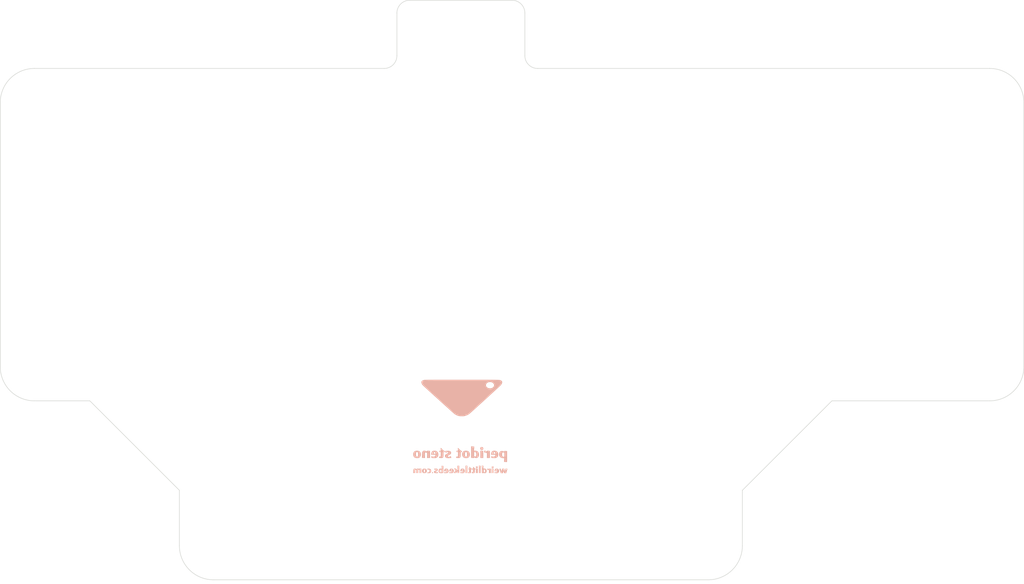
<source format=kicad_pcb>
(kicad_pcb (version 20221018) (generator pcbnew)
  (layers (0 "F.Cu" signal) (31 "B.Cu" signal) (34 "B.Paste" user) (35 "F.Paste" user) (36 "B.SilkS" user "B.Silkscreen") (37 "F.SilkS" user "F.Silkscreen") (38 "B.Mask" user) (39 "F.Mask" user) (44 "Edge.Cuts" user))
  (net 0 "")
  (footprint "MountingHole:MountingHole_2.7mm_M2.5" (layer "F.Cu") (at 95.25 44.45)
    (fp_text reference "H11")
    (fp_text value "MountingHole")
    (pad "" np_thru_hole circle (at 0 0) (size 2.7 2.7) (drill 2.7) (layers "*.Cu" "*.Mask"))
  )
  (footprint "MountingHole:MountingHole_2.7mm_M2.5" (layer "F.Cu") (at 228.6 91.44)
    (fp_text reference "H12")
    (fp_text value "MountingHole")
    (pad "" np_thru_hole circle (at 0 0) (size 2.7 2.7) (drill 2.7) (layers "*.Cu" "*.Mask"))
  )
  (footprint "MountingHole:MountingHole_2.7mm_M2.5" (layer "F.Cu") (at 190.5 44.45)
    (fp_text reference "H3")
    (fp_text value "MountingHole")
    (pad "" np_thru_hole circle (at 0 0) (size 2.7 2.7) (drill 2.7) (layers "*.Cu" "*.Mask"))
  )
  (footprint "MountingHole:MountingHole_2.7mm_M2.5" (layer "F.Cu") (at 114.3 129.54)
    (fp_text reference "H1")
    (fp_text value "MountingHole")
    (pad "" np_thru_hole circle (at 0 0) (size 2.7 2.7) (drill 2.7) (layers "*.Cu" "*.Mask"))
  )
  (footprint "MountingHole:MountingHole_2.7mm_M2.5" (layer "F.Cu") (at 80.9625 95.25)
    (fp_text reference "H2")
    (fp_text value "MountingHole")
    (pad "" np_thru_hole circle (at 0 0) (size 2.7 2.7) (drill 2.7) (layers "*.Cu" "*.Mask"))
  )
  (footprint "MountingHole:MountingHole_2.7mm_M2.5" (layer "F.Cu") (at 227.965 44.45)
    (fp_text reference "H9")
    (fp_text value "MountingHole")
    (pad "" np_thru_hole circle (at 0 0) (size 2.7 2.7) (drill 2.7) (layers "*.Cu" "*.Mask"))
  )
  (footprint "MountingHole:MountingHole_2.7mm_M2.5" (layer "F.Cu") (at 142.875 93.472)
    (fp_text reference "H6")
    (fp_text value "MountingHole")
    (pad "" np_thru_hole circle (at 0 0) (size 2.7 2.7) (drill 2.7) (layers "*.Cu" "*.Mask"))
  )
  (footprint "MountingHole:MountingHole_2.7mm_M2.5" (layer "F.Cu") (at 171.45 129.54)
    (fp_text reference "H8")
    (fp_text value "MountingHole")
    (pad "" np_thru_hole circle (at 0 0) (size 2.7 2.7) (drill 2.7) (layers "*.Cu" "*.Mask"))
  )
  (footprint "FOOTPRINTS:STENO LOGO M" (layer "B.Cu") (at 142.875 104.775 180)
    (fp_text reference "G***")
    (fp_text value "LOGO" hide)
    (fp_poly (pts (xy -0.859495 -8.697576) (xy -1.204223 -8.697576) (xy -1.218687 -7.34159) (xy -1.144924 -7.326856) (xy -1.069352 -7.317096) (xy -0.979404 -7.312241) (xy -0.965328 -7.312122) (xy -0.859495 -7.312122)) (fill solid) (layer "B.SilkS"))
    (fp_poly (pts (xy 5.340887 -8.538568) (xy 5.378276 -8.593049) (xy 5.377427 -8.658758) (xy 5.352922 -8.706945) (xy 5.301832 -8.722821) (xy 5.285666 -8.723233) (xy 5.212445 -8.704455) (xy 5.182626 -8.67192) (xy 5.170416 -8.605347) (xy 5.197661 -8.548674) (xy 5.254563 -8.519129) (xy 5.270185 -8.51798)) (fill solid) (layer "B.SilkS"))
    (fp_poly (pts (xy -3.348182 -8.697576) (xy -3.661968 -8.697576) (xy -3.674769 -8.024091) (xy -3.677903 -7.843657) (xy -3.680167 -7.680776) (xy -3.681513 -7.542273) (xy -3.681889 -7.434975) (xy -3.681249 -7.365705) (xy -3.679666 -7.341353) (xy -3.652003 -7.334667) (xy -3.587678 -7.326389) (xy -3.509972 -7.319113) (xy -3.348182 -7.306126)) (fill solid) (layer "B.SilkS"))
    (fp_poly (pts (xy -5.721414 -8.181238) (xy -5.720272 -8.318527) (xy -5.717146 -8.443777) (xy -5.712484 -8.544784) (xy -5.706735 -8.609348) (xy -5.705379 -8.617399) (xy -5.689343 -8.697576) (xy -6.069998 -8.697576) (xy -6.068888 -8.276607) (xy -6.067778 -7.855637) (xy -5.97798 -7.840727) (xy -5.888006 -7.829935) (xy -5.804798 -7.825535) (xy -5.721414 -7.825253)) (fill solid) (layer "B.SilkS"))
    (fp_poly (pts (xy -3.617576 -5.888182) (xy -4.176324 -5.888182) (xy -4.172758 -5.229656) (xy -4.171314 -5.051139) (xy -4.169098 -4.890107) (xy -4.166281 -4.753501) (xy -4.163031 -4.648259) (xy -4.159519 -4.581319) (xy -4.156364 -4.559621) (xy -4.126934 -4.553226) (xy -4.057685 -4.545095) (xy -3.960026 -4.536427) (xy -3.880556 -4.53066) (xy -3.617576 -4.513207)) (fill solid) (layer "B.SilkS"))
    (fp_poly (pts (xy -5.813584 -7.457387) (xy -5.747714 -7.506583) (xy -5.722034 -7.585359) (xy -5.721807 -7.596364) (xy -5.734878 -7.671821) (xy -5.781148 -7.723693) (xy -5.81594 -7.744442) (xy -5.907025 -7.771994) (xy -5.992547 -7.751218) (xy -6.038661 -7.720764) (xy -6.09451 -7.650921) (xy -6.100572 -7.570725) (xy -6.066323 -7.497426) (xy -6.023791 -7.457963) (xy -5.958762 -7.441891) (xy -5.91636 -7.440404)) (fill solid) (layer "B.SilkS"))
    (fp_poly (pts (xy -2.874175 -7.458586) (xy -2.808426 -7.505829) (xy -2.775528 -7.571179) (xy -2.78053 -7.643683) (xy -2.828481 -7.712386) (xy -2.83851 -7.720764) (xy -2.930284 -7.76721) (xy -3.023024 -7.762447) (xy -3.06596 -7.743282) (xy -3.128605 -7.693988) (xy -3.153242 -7.629003) (xy -3.155365 -7.591906) (xy -3.133344 -7.514129) (xy -3.071361 -7.461608) (xy -2.9771 -7.440545) (xy -2.967727 -7.440404)) (fill solid) (layer "B.SilkS"))
    (fp_poly (pts (xy -2.796215 -8.203687) (xy -2.795069 -8.342389) (xy -2.792156 -8.466536) (xy -2.78787 -8.565272) (xy -2.782606 -8.627742) (xy -2.780395 -8.639849) (xy -2.775083 -8.669297) (xy -2.785416 -8.686518) (xy -2.82133 -8.694789) (xy -2.892761 -8.697382) (xy -2.955546 -8.697576) (xy -3.146168 -8.697576) (xy -3.144549 -8.276592) (xy -3.142929 -7.855609) (xy -3.053131 -7.840713) (xy -2.963155 -7.829931) (xy -2.879949 -7.825535) (xy -2.796566 -7.825253)) (fill solid) (layer "B.SilkS"))
    (fp_poly (pts (xy -3.783513 -3.837956) (xy -3.727177 -3.848885) (xy -3.68752 -3.874487) (xy -3.653756 -3.912627) (xy -3.603178 -4.008839) (xy -3.592047 -4.09743) (xy -3.606624 -4.223476) (xy -3.652935 -4.313278) (xy -3.734048 -4.373208) (xy -3.795832 -4.3993) (xy -3.847711 -4.408132) (xy -3.911539 -4.400918) (xy -3.976362 -4.386658) (xy -4.077646 -4.339929) (xy -4.14725 -4.261913) (xy -4.181984 -4.163998) (xy -4.17866 -4.057573) (xy -4.134091 -3.954027) (xy -4.107155 -3.919446) (xy -4.060899 -3.872664) (xy -4.016708 -3.84753) (xy -3.956109 -3.83741) (xy -3.873814 -3.835657)) (fill solid) (layer "B.SilkS"))
    (fp_poly (pts (xy -5.259596 -7.988137) (xy -5.195769 -7.928175) (xy -5.116077 -7.880022) (xy -5.02338 -7.865975) (xy -4.94928 -7.871836) (xy -4.910111 -7.899303) (xy -4.900186 -7.95743) (xy -4.911642 -8.04388) (xy -4.926065 -8.10054) (xy -4.950915 -8.11785) (xy -5.003676 -8.107287) (xy -5.006862 -8.106376) (xy -5.092954 -8.098823) (xy -5.163574 -8.123719) (xy -5.241054 -8.163785) (xy -5.227432 -8.430681) (xy -5.21381 -8.697576) (xy -5.563863 -8.697576) (xy -5.572083 -8.293485) (xy -5.574881 -8.155759) (xy -5.57727 -8.037808) (xy -5.579074 -7.94837) (xy -5.580117 -7.896185) (xy -5.580303 -7.886381) (xy -5.557058 -7.882285) (xy -5.496407 -7.874577) (xy -5.419949 -7.865864) (xy -5.259596 -7.848361)) (fill solid) (layer "B.SilkS"))
    (fp_poly (pts (xy -4.849091 -4.704097) (xy -4.791364 -4.651312) (xy -4.658474 -4.561942) (xy -4.509262 -4.518995) (xy -4.451883 -4.515556) (xy -4.376224 -4.520924) (xy -4.332336 -4.542399) (xy -4.31713 -4.588032) (xy -4.327518 -4.665876) (xy -4.355337 -4.767288) (xy -4.385797 -4.859609) (xy -4.41102 -4.910909) (xy -4.436586 -4.930326) (xy -4.454901 -4.930389) (xy -4.566568 -4.912382) (xy -4.64295 -4.905932) (xy -4.698709 -4.910841) (xy -4.747367 -4.926435) (xy -4.805536 -4.96495) (xy -4.837841 -5.013013) (xy -4.83787 -5.013129) (xy -4.842111 -5.056816) (xy -4.844844 -5.141656) (xy -4.845935 -5.257506) (xy -4.845253 -5.394223) (xy -4.843958 -5.480949) (xy -4.836263 -5.893853) (xy -5.120944 -5.891018) (xy -5.405625 -5.888182) (xy -5.403166 -5.227247) (xy -5.402042 -5.022671) (xy -5.400148 -4.863787) (xy -5.397141 -4.744976) (xy -5.392679 -4.660617) (xy -5.386418 -4.605091) (xy -5.378017 -4.57278) (xy -5.367132 -4.558062) (xy -5.362222 -4.555899) (xy -5.320638 -4.549549) (xy -5.241671 -4.541305) (xy -5.139147 -4.532534) (xy -5.086414 -4.528596) (xy -4.849091 -4.511704)) (fill solid) (layer "B.SilkS"))
    (fp_poly (pts (xy 6.103494 -7.866082) (xy 6.187095 -7.872258) (xy 6.237752 -7.880983) (xy 6.24036 -7.881945) (xy 6.267578 -7.897486) (xy 6.269626 -7.922313) (xy 6.246505 -7.972808) (xy 6.24036 -7.984571) (xy 6.20972 -8.04249) (xy 6.190758 -8.077466) (xy 6.189219 -8.080108) (xy 6.168576 -8.074862) (xy 6.152017 -8.060866) (xy 6.107453 -8.04053) (xy 6.038275 -8.030678) (xy 6.028138 -8.030505) (xy 5.934327 -8.049495) (xy 5.871226 -8.107838) (xy 5.836924 -8.20759) (xy 5.832428 -8.241131) (xy 5.841041 -8.361614) (xy 5.888108 -8.45981) (xy 5.966067 -8.528116) (xy 6.067354 -8.558931) (xy 6.144499 -8.554819) (xy 6.202432 -8.548729) (xy 6.22932 -8.567469) (xy 6.2416 -8.611831) (xy 6.247917 -8.670799) (xy 6.2435 -8.703844) (xy 6.213916 -8.713044) (xy 6.146396 -8.719881) (xy 6.054306 -8.723124) (xy 6.033215 -8.723233) (xy 5.909589 -8.718862) (xy 5.816988 -8.70332) (xy 5.735679 -8.672966) (xy 5.720436 -8.665505) (xy 5.617147 -8.595185) (xy 5.552883 -8.50406) (xy 5.523634 -8.384084) (xy 5.522387 -8.268105) (xy 5.54815 -8.117435) (xy 5.607703 -8.003331) (xy 5.703029 -7.924126) (xy 5.836111 -7.878154) (xy 6.003636 -7.863738)) (fill solid) (layer "B.SilkS"))
    (fp_poly (pts (xy 6.957649 -7.878819) (xy 7.078928 -7.934508) (xy 7.171314 -8.018595) (xy 7.192359 -8.050315) (xy 7.229538 -8.154637) (xy 7.24278 -8.28165) (xy 7.23202 -8.409225) (xy 7.19719 -8.515232) (xy 7.193775 -8.521401) (xy 7.115997 -8.609878) (xy 7.003279 -8.677234) (xy 6.870057 -8.716322) (xy 6.786162 -8.723233) (xy 6.626681 -8.699346) (xy 6.542033 -8.665505) (xy 6.429945 -8.586566) (xy 6.359857 -8.4823) (xy 6.328973 -8.347741) (xy 6.326978 -8.283708) (xy 6.334198 -8.227806) (xy 6.669474 -8.227806) (xy 6.669761 -8.333756) (xy 6.683402 -8.431313) (xy 6.709975 -8.502692) (xy 6.721438 -8.517398) (xy 6.782258 -8.552295) (xy 6.83925 -8.53725) (xy 6.876672 -8.490992) (xy 6.892837 -8.430458) (xy 6.900264 -8.338811) (xy 6.899175 -8.235463) (xy 6.889793 -8.139826) (xy 6.872341 -8.071312) (xy 6.871841 -8.070198) (xy 6.827941 -8.016723) (xy 6.773191 -8.010554) (xy 6.717839 -8.052221) (xy 6.710647 -8.061871) (xy 6.682962 -8.131249) (xy 6.669474 -8.227806) (xy 6.334198 -8.227806) (xy 6.346082 -8.135798) (xy 6.401137 -8.021614) (xy 6.495555 -7.935207) (xy 6.542033 -7.908637) (xy 6.677044 -7.863235) (xy 6.819635 -7.854179)) (fill solid) (layer "B.SilkS"))
    (fp_poly (pts (xy -1.584128 -7.531225) (xy -1.569179 -7.582191) (xy -1.565055 -7.67941) (xy -1.56505 -7.684142) (xy -1.56505 -7.850909) (xy -1.475252 -7.850909) (xy -1.414921 -7.8552) (xy -1.390175 -7.876964) (xy -1.385454 -7.927879) (xy -1.391812 -7.982397) (xy -1.4218 -8.002491) (xy -1.462424 -8.004849) (xy -1.539394 -8.004849) (xy -1.539394 -8.245445) (xy -1.536188 -8.378213) (xy -1.52443 -8.466518) (xy -1.500908 -8.516929) (xy -1.462412 -8.536016) (xy -1.405729 -8.530351) (xy -1.400737 -8.529132) (xy -1.35625 -8.522447) (xy -1.337842 -8.541494) (xy -1.334144 -8.598757) (xy -1.334141 -8.602252) (xy -1.346192 -8.676983) (xy -1.374725 -8.707659) (xy -1.422628 -8.715599) (xy -1.503441 -8.71994) (xy -1.599129 -8.720746) (xy -1.691661 -8.718085) (xy -1.763004 -8.712022) (xy -1.789839 -8.706143) (xy -1.830123 -8.674495) (xy -1.859917 -8.612616) (xy -1.880853 -8.514415) (xy -1.894559 -8.373807) (xy -1.898586 -8.299899) (xy -1.911414 -8.017677) (xy -1.98197 -8.009559) (xy -2.039682 -7.988052) (xy -2.055593 -7.947327) (xy -2.031153 -7.895772) (xy -1.967813 -7.841778) (xy -1.951216 -7.831772) (xy -1.878947 -7.780068) (xy -1.796561 -7.706031) (xy -1.739747 -7.645775) (xy -1.66483 -7.564023) (xy -1.614484 -7.525504)) (fill solid) (layer "B.SilkS"))
    (fp_poly (pts (xy 3.560159 -7.909803) (xy 3.620938 -7.891548) (xy 3.782632 -7.858179) (xy 3.913438 -7.865358) (xy 4.014652 -7.91401) (xy 4.087566 -8.005065) (xy 4.133476 -8.139449) (xy 4.151133 -8.271537) (xy 4.150421 -8.417853) (xy 4.121598 -8.527576) (xy 4.060594 -8.609447) (xy 3.96487 -8.671469) (xy 3.853406 -8.705865) (xy 3.712537 -8.721034) (xy 3.560581 -8.716609) (xy 3.415856 -8.69222) (xy 3.383629 -8.683169) (xy 3.265137 -8.646679) (xy 3.260917 -8.432638) (xy 3.620643 -8.432638) (xy 3.622511 -8.506655) (xy 3.630138 -8.548837) (xy 3.644967 -8.568883) (xy 3.661571 -8.5752) (xy 3.742414 -8.569595) (xy 3.806923 -8.522515) (xy 3.83811 -8.456709) (xy 3.852554 -8.34847) (xy 3.851907 -8.237395) (xy 3.837039 -8.144178) (xy 3.823483 -8.108699) (xy 3.786411 -8.06847) (xy 3.725389 -8.060024) (xy 3.712083 -8.061078) (xy 3.630404 -8.06899) (xy 3.623086 -8.317086) (xy 3.620643 -8.432638) (xy 3.260917 -8.432638) (xy 3.252612 -8.011471) (xy 3.249276 -7.836854) (xy 3.246493 -7.680357) (xy 3.24437 -7.548924) (xy 3.243012 -7.449498) (xy 3.242526 -7.389022) (xy 3.242821 -7.373357) (xy 3.267628 -7.369602) (xy 3.330222 -7.362491) (xy 3.417307 -7.35353) (xy 3.421607 -7.353106) (xy 3.597659 -7.335761)) (fill solid) (layer "B.SilkS"))
    (fp_poly (pts (xy 0.610913 -8.22293) (xy 0.714349 -8.107475) (xy 0.780107 -8.028546) (xy 0.837957 -7.949774) (xy 0.863717 -7.908637) (xy 0.889597 -7.865666) (xy 0.917299 -7.840773) (xy 0.96058 -7.829025) (xy 1.033199 -7.825487) (xy 1.096238 -7.825253) (xy 1.18655 -7.827678) (xy 1.252621 -7.834077) (xy 1.281778 -7.84314) (xy 1.282195 -7.844495) (xy 1.265399 -7.870612) (xy 1.22107 -7.923955) (xy 1.157376 -7.994896) (xy 1.127086 -8.027335) (xy 0.97261 -8.190931) (xy 1.140548 -8.409576) (xy 1.209463 -8.502373) (xy 1.264677 -8.582568) (xy 1.299589 -8.640205) (xy 1.308485 -8.662898) (xy 1.295786 -8.680448) (xy 1.252629 -8.691277) (xy 1.171425 -8.696556) (xy 1.083498 -8.697576) (xy 0.858511 -8.697576) (xy 0.775601 -8.546763) (xy 0.726485 -8.463579) (xy 0.680359 -8.395736) (xy 0.650058 -8.360753) (xy 0.628532 -8.346797) (xy 0.617362 -8.355538) (xy 0.615015 -8.39549) (xy 0.61996 -8.475167) (xy 0.622926 -8.511566) (xy 0.638429 -8.697576) (xy 0.312932 -8.697576) (xy 0.302966 -8.024091) (xy 0.30034 -7.844036) (xy 0.298051 -7.681894) (xy 0.296188 -7.544409) (xy 0.294838 -7.43833) (xy 0.294093 -7.370401) (xy 0.294025 -7.347352) (xy 0.317918 -7.343297) (xy 0.379718 -7.335733) (xy 0.466273 -7.326266) (xy 0.470183 -7.325858) (xy 0.645315 -7.30762)) (fill solid) (layer "B.SilkS"))
    (fp_poly (pts (xy 7.719692 -7.844737) (xy 7.722626 -7.873359) (xy 7.723919 -7.910802) (xy 7.736265 -7.923987) (xy 7.772365 -7.914741) (xy 7.834124 -7.889394) (xy 7.959808 -7.855547) (xy 8.079489 -7.857016) (xy 8.178394 -7.893188) (xy 8.194148 -7.904349) (xy 8.262086 -7.957788) (xy 8.37896 -7.90121) (xy 8.481803 -7.862722) (xy 8.580742 -7.855127) (xy 8.614936 -7.858056) (xy 8.690119 -7.87163) (xy 8.747359 -7.897478) (xy 8.789307 -7.942042) (xy 8.818615 -8.011769) (xy 8.837936 -8.1131) (xy 8.849922 -8.252481) (xy 8.857226 -8.436356) (xy 8.857533 -8.447445) (xy 8.864343 -8.697616) (xy 8.493903 -8.697576) (xy 8.479495 -8.06899) (xy 8.413157 -8.061279) (xy 8.361176 -8.061857) (xy 8.325255 -8.082319) (xy 8.303021 -8.129557) (xy 8.292102 -8.210458) (xy 8.290126 -8.331914) (xy 8.291851 -8.413589) (xy 8.299899 -8.697681) (xy 8.113889 -8.697628) (xy 7.927879 -8.697576) (xy 7.927879 -8.388892) (xy 7.926315 -8.24532) (xy 7.919586 -8.146584) (xy 7.904633 -8.086248) (xy 7.878398 -8.057879) (xy 7.837823 -8.055041) (xy 7.779849 -8.071301) (xy 7.777351 -8.072178) (xy 7.709798 -8.095987) (xy 7.709798 -8.697634) (xy 7.363434 -8.697576) (xy 7.363434 -7.850909) (xy 7.462854 -7.850909) (xy 7.553171 -7.846502) (xy 7.637649 -7.835801) (xy 7.64245 -7.834874) (xy 7.698047 -7.828393)) (fill solid) (layer "B.SilkS"))
    (fp_poly (pts (xy 1.944336 -7.884144) (xy 2.044996 -7.95411) (xy 2.116689 -8.056869) (xy 2.152429 -8.188658) (xy 2.155152 -8.240874) (xy 2.155152 -8.362246) (xy 1.899375 -8.369557) (xy 1.643597 -8.376869) (xy 1.675592 -8.44101) (xy 1.735074 -8.506314) (xy 1.827397 -8.542474) (xy 1.942112 -8.547898) (xy 2.06877 -8.520993) (xy 2.106673 -8.506737) (xy 2.136139 -8.506204) (xy 2.154674 -8.541763) (xy 2.16361 -8.585817) (xy 2.170922 -8.650713) (xy 2.169361 -8.690227) (xy 2.16758 -8.6937) (xy 2.134427 -8.702257) (xy 2.063114 -8.708459) (xy 1.966742 -8.71222) (xy 1.858414 -8.713455) (xy 1.751233 -8.712077) (xy 1.6583 -8.707999) (xy 1.592718 -8.701135) (xy 1.577076 -8.697589) (xy 1.463889 -8.638546) (xy 1.381604 -8.548043) (xy 1.330702 -8.435946) (xy 1.311667 -8.312122) (xy 1.324984 -8.186437) (xy 1.326412 -8.182795) (xy 1.650446 -8.182795) (xy 1.663413 -8.203354) (xy 1.708642 -8.209656) (xy 1.756986 -8.210101) (xy 1.829126 -8.206893) (xy 1.86334 -8.193245) (xy 1.872824 -8.163127) (xy 1.872929 -8.157102) (xy 1.857774 -8.079758) (xy 1.819157 -8.02389) (xy 1.772542 -8.004849) (xy 1.7142 -8.024965) (xy 1.673394 -8.088276) (xy 1.657897 -8.139546) (xy 1.650446 -8.182795) (xy 1.326412 -8.182795) (xy 1.371135 -8.068757) (xy 1.450603 -7.968948) (xy 1.538416 -7.908637) (xy 1.68406 -7.857644) (xy 1.821695 -7.850734)) (fill solid) (layer "B.SilkS"))
    (fp_poly (pts (xy -0.874503 -4.521082) (xy -0.701822 -4.544322) (xy -0.562209 -4.594946) (xy -0.442044 -4.679047) (xy -0.378065 -4.743153) (xy -0.299468 -4.853715) (xy -0.250829 -4.983216) (xy -0.228506 -5.143142) (xy -0.2261 -5.222485) (xy -0.248028 -5.408329) (xy -0.313072 -5.575755) (xy -0.416781 -5.717509) (xy -0.554709 -5.826339) (xy -0.615758 -5.857818) (xy -0.756515 -5.900733) (xy -0.921686 -5.919853) (xy -1.089851 -5.914453) (xy -1.23959 -5.883811) (xy -1.25274 -5.879326) (xy -1.414251 -5.797238) (xy -1.538587 -5.68051) (xy -1.624382 -5.531255) (xy -1.670268 -5.351587) (xy -1.67806 -5.221724) (xy -1.676095 -5.203917) (xy -1.149463 -5.203917) (xy -1.143352 -5.333464) (xy -1.122144 -5.473185) (xy -1.08874 -5.569618) (xy -1.038704 -5.630199) (xy -0.967601 -5.662364) (xy -0.944309 -5.667125) (xy -0.914772 -5.653966) (xy -0.866187 -5.617863) (xy -0.859744 -5.612374) (xy -0.811774 -5.542185) (xy -0.778508 -5.435896) (xy -0.760235 -5.306654) (xy -0.757243 -5.167606) (xy -0.769823 -5.0319) (xy -0.798264 -4.912683) (xy -0.842387 -4.823729) (xy -0.904375 -4.765892) (xy -0.965447 -4.754117) (xy -1.022529 -4.783195) (xy -1.072545 -4.847922) (xy -1.112423 -4.943088) (xy -1.139087 -5.063489) (xy -1.149463 -5.203917) (xy -1.676095 -5.203917) (xy -1.655945 -5.021362) (xy -1.593562 -4.851664) (xy -1.493198 -4.714626) (xy -1.357143 -4.612243) (xy -1.187686 -4.546512) (xy -0.987115 -4.519427)) (fill solid) (layer "B.SilkS"))
    (fp_poly (pts (xy 8.233577 -4.521082) (xy 8.433475 -4.552985) (xy 8.598136 -4.622064) (xy 8.726601 -4.727312) (xy 8.817914 -4.867724) (xy 8.871118 -5.042293) (xy 8.885606 -5.206518) (xy 8.867372 -5.409421) (xy 8.809217 -5.580418) (xy 8.71243 -5.718174) (xy 8.578305 -5.82135) (xy 8.408132 -5.888611) (xy 8.203205 -5.918618) (xy 8.197273 -5.918896) (xy 8.058789 -5.919646) (xy 7.948541 -5.906011) (xy 7.855594 -5.879389) (xy 7.697512 -5.798019) (xy 7.574842 -5.68071) (xy 7.489409 -5.530316) (xy 7.443038 -5.349693) (xy 7.437151 -5.258873) (xy 7.962712 -5.258873) (xy 7.97661 -5.394025) (xy 8.006739 -5.510691) (xy 8.053099 -5.595671) (xy 8.069429 -5.612374) (xy 8.120652 -5.651524) (xy 8.156674 -5.669904) (xy 8.158788 -5.670101) (xy 8.191949 -5.654611) (xy 8.242215 -5.616867) (xy 8.247407 -5.612374) (xy 8.29595 -5.541558) (xy 8.331239 -5.434196) (xy 8.352393 -5.303543) (xy 8.35853 -5.162853) (xy 8.348769 -5.025379) (xy 8.322227 -4.904376) (xy 8.298379 -4.846151) (xy 8.241137 -4.777437) (xy 8.169915 -4.753638) (xy 8.095182 -4.776985) (xy 8.069428 -4.797367) (xy 8.018403 -4.87448) (xy 7.983608 -4.985901) (xy 7.965045 -5.118432) (xy 7.962712 -5.258873) (xy 7.437151 -5.258873) (xy 7.434703 -5.221112) (xy 7.455645 -5.021146) (xy 7.516947 -4.85172) (xy 7.616324 -4.714837) (xy 7.751491 -4.612499) (xy 7.920163 -4.546708) (xy 8.120053 -4.519468)) (fill solid) (layer "B.SilkS"))
    (fp_poly (pts (xy 2.86565 -7.867455) (xy 2.977527 -7.926976) (xy 3.059938 -8.02779) (xy 3.110919 -8.168639) (xy 3.122219 -8.237137) (xy 3.137249 -8.364041) (xy 2.877109 -8.364041) (xy 2.753157 -8.365363) (xy 2.673624 -8.371347) (xy 2.631639 -8.38502) (xy 2.620335 -8.409409) (xy 2.632843 -8.447539) (xy 2.642928 -8.467231) (xy 2.6975 -8.518433) (xy 2.785732 -8.545366) (xy 2.895483 -8.546898) (xy 3.014613 -8.521896) (xy 3.057981 -8.505964) (xy 3.089063 -8.504044) (xy 3.108702 -8.537446) (xy 3.118788 -8.581173) (xy 3.126006 -8.646473) (xy 3.121392 -8.687996) (xy 3.11907 -8.691503) (xy 3.083305 -8.702267) (xy 3.009625 -8.709777) (xy 2.911328 -8.713986) (xy 2.801711 -8.714846) (xy 2.694071 -8.712309) (xy 2.601708 -8.706327) (xy 2.537917 -8.696852) (xy 2.527172 -8.693635) (xy 2.411263 -8.628859) (xy 2.330076 -8.530637) (xy 2.279901 -8.39418) (xy 2.274217 -8.366981) (xy 2.273189 -8.241225) (xy 2.298704 -8.157102) (xy 2.61697 -8.157102) (xy 2.625029 -8.191664) (xy 2.658318 -8.206965) (xy 2.719596 -8.210101) (xy 2.786521 -8.205939) (xy 2.816148 -8.188748) (xy 2.822222 -8.157102) (xy 2.806706 -8.078748) (xy 2.766916 -8.023098) (xy 2.719596 -8.004849) (xy 2.666782 -8.027868) (xy 2.62927 -8.0869) (xy 2.61697 -8.157102) (xy 2.298704 -8.157102) (xy 2.311254 -8.115727) (xy 2.380695 -8.00364) (xy 2.473799 -7.91812) (xy 2.561353 -7.877332) (xy 2.726271 -7.850487)) (fill solid) (layer "B.SilkS"))
    (fp_poly (pts (xy -6.511876 -7.872528) (xy -6.399638 -7.934317) (xy -6.317689 -8.034117) (xy -6.270429 -8.168685) (xy -6.260345 -8.280657) (xy -6.260202 -8.364041) (xy -6.516768 -8.364041) (xy -6.624463 -8.366103) (xy -6.709899 -8.371665) (xy -6.762216 -8.379786) (xy -6.773333 -8.386237) (xy -6.75335 -8.434663) (xy -6.704917 -8.48954) (xy -6.645309 -8.534031) (xy -6.605089 -8.550199) (xy -6.515418 -8.551578) (xy -6.406294 -8.530996) (xy -6.332072 -8.505868) (xy -6.298677 -8.504614) (xy -6.275158 -8.541164) (xy -6.265081 -8.573467) (xy -6.254769 -8.637394) (xy -6.260686 -8.679728) (xy -6.262478 -8.682176) (xy -6.295615 -8.693092) (xy -6.367841 -8.703688) (xy -6.466946 -8.712438) (xy -6.534721 -8.716189) (xy -6.655839 -8.720105) (xy -6.74053 -8.718008) (xy -6.803519 -8.707942) (xy -6.85953 -8.687952) (xy -6.901616 -8.667448) (xy -7.011386 -8.58596) (xy -7.079261 -8.47579) (xy -7.106238 -8.335193) (xy -7.106829 -8.307984) (xy -7.088809 -8.164497) (xy -6.773333 -8.164497) (xy -6.763677 -8.193196) (xy -6.726616 -8.206823) (xy -6.65584 -8.210101) (xy -6.538347 -8.210101) (xy -6.556231 -8.126718) (xy -6.574646 -8.053094) (xy -6.594743 -8.017071) (xy -6.626082 -8.00554) (xy -6.64511 -8.004849) (xy -6.697524 -8.026818) (xy -6.744786 -8.080007) (xy -6.771578 -8.145344) (xy -6.773333 -8.164497) (xy -7.088809 -8.164497) (xy -7.086946 -8.149659) (xy -7.02808 -8.023088) (xy -6.931579 -7.930229) (xy -6.809618 -7.87595) (xy -6.650003 -7.851991)) (fill solid) (layer "B.SilkS"))
    (fp_poly (pts (xy -2.269226 -7.540774) (xy -2.260824 -7.602) (xy -2.257778 -7.684142) (xy -2.257778 -7.850909) (xy -2.159595 -7.850909) (xy -2.096258 -7.853723) (xy -2.070924 -7.869841) (xy -2.070314 -7.910777) (xy -2.072497 -7.926436) (xy -2.092028 -7.984165) (xy -2.137219 -8.00771) (xy -2.151437 -8.009819) (xy -2.183843 -8.01555) (xy -2.204236 -8.030458) (xy -2.215919 -8.064845) (xy -2.222195 -8.129012) (xy -2.226366 -8.233263) (xy -2.226743 -8.244709) (xy -2.227984 -8.375571) (xy -2.219231 -8.462555) (xy -2.197042 -8.51268) (xy -2.157974 -8.53296) (xy -2.098585 -8.530414) (xy -2.08753 -8.528463) (xy -2.001358 -8.512297) (xy -2.018148 -8.598522) (xy -2.037238 -8.662572) (xy -2.061039 -8.702126) (xy -2.062974 -8.703597) (xy -2.101249 -8.71305) (xy -2.175099 -8.719942) (xy -2.2688 -8.722829) (xy -2.272182 -8.72284) (xy -2.376387 -8.720053) (xy -2.444336 -8.70899) (xy -2.490837 -8.686425) (xy -2.509195 -8.671209) (xy -2.542494 -8.635146) (xy -2.565598 -8.593066) (xy -2.580713 -8.534762) (xy -2.590045 -8.450026) (xy -2.595799 -8.328652) (xy -2.597755 -8.261415) (xy -2.604141 -8.017677) (xy -2.674697 -8.009559) (xy -2.730994 -7.98623) (xy -2.749191 -7.942964) (xy -2.729647 -7.893797) (xy -2.672721 -7.852762) (xy -2.670666 -7.851896) (xy -2.617453 -7.818758) (xy -2.54426 -7.759067) (xy -2.465256 -7.684569) (xy -2.450256 -7.669188) (xy -2.380115 -7.598939) (xy -2.32211 -7.545928) (xy -2.286127 -7.519027) (xy -2.281106 -7.517374)) (fill solid) (layer "B.SilkS"))
    (fp_poly (pts (xy 3.740324 -4.541213) (xy 4.032158 -4.541213) (xy 4.015376 -4.624596) (xy 3.995744 -4.71561) (xy 3.976228 -4.767381) (xy 3.946869 -4.79098) (xy 3.897706 -4.79748) (xy 3.859584 -4.797778) (xy 3.745859 -4.797778) (xy 3.745859 -5.154872) (xy 3.746991 -5.288128) (xy 3.750094 -5.405225) (xy 3.754731 -5.495436) (xy 3.760463 -5.548035) (xy 3.762186 -5.554514) (xy 3.805974 -5.603512) (xy 3.8802 -5.627484) (xy 3.967973 -5.621232) (xy 3.973785 -5.619644) (xy 4.021594 -5.608633) (xy 4.046705 -5.619074) (xy 4.060398 -5.662045) (xy 4.068518 -5.712665) (xy 4.074135 -5.794813) (xy 4.064208 -5.847555) (xy 4.059435 -5.854263) (xy 4.02404 -5.866372) (xy 3.949479 -5.878102) (xy 3.847886 -5.887857) (xy 3.767596 -5.892636) (xy 3.639405 -5.896862) (xy 3.549445 -5.894985) (xy 3.48486 -5.885752) (xy 3.432798 -5.867905) (xy 3.412323 -5.857929) (xy 3.351581 -5.820364) (xy 3.306015 -5.77451) (xy 3.273541 -5.712896) (xy 3.252073 -5.628054) (xy 3.239527 -5.512515) (xy 3.233817 -5.358808) (xy 3.232767 -5.214697) (xy 3.232727 -4.797778) (xy 3.001818 -4.797778) (xy 3.001818 -4.701522) (xy 3.006051 -4.642552) (xy 3.02659 -4.603037) (xy 3.075198 -4.56729) (xy 3.121643 -4.541699) (xy 3.23477 -4.46953) (xy 3.352848 -4.374242) (xy 3.461181 -4.269363) (xy 3.545073 -4.168416) (xy 3.570587 -4.128499) (xy 3.614879 -4.062583) (xy 3.659118 -4.033302) (xy 3.702037 -4.028081) (xy 3.77705 -4.028081)) (fill solid) (layer "B.SilkS"))
    (fp_poly (pts (xy 0.562305 -4.278233) (xy 0.557159 -4.528384) (xy 0.697234 -4.535939) (xy 0.83731 -4.543494) (xy 0.78522 -4.797778) (xy 0.535002 -4.797778) (xy 0.543309 -5.172124) (xy 0.54695 -5.318343) (xy 0.551275 -5.42209) (xy 0.557737 -5.492198) (xy 0.567785 -5.537502) (xy 0.58287 -5.566838) (xy 0.604443 -5.589039) (xy 0.612919 -5.596051) (xy 0.68371 -5.631265) (xy 0.728374 -5.630175) (xy 0.793369 -5.611794) (xy 0.824886 -5.603001) (xy 0.850861 -5.605033) (xy 0.866106 -5.636116) (xy 0.875012 -5.70651) (xy 0.876199 -5.722948) (xy 0.87746 -5.800162) (xy 0.870907 -5.85391) (xy 0.863705 -5.867859) (xy 0.830417 -5.874395) (xy 0.757817 -5.881426) (xy 0.657885 -5.887947) (xy 0.581483 -5.891535) (xy 0.441741 -5.894468) (xy 0.340956 -5.889556) (xy 0.267232 -5.875812) (xy 0.229611 -5.862298) (xy 0.166389 -5.829623) (xy 0.118552 -5.789138) (xy 0.083793 -5.733512) (xy 0.059802 -5.655417) (xy 0.044271 -5.547525) (xy 0.03489 -5.402505) (xy 0.029656 -5.227526) (xy 0.020483 -4.797778) (xy -0.079557 -4.797778) (xy -0.143702 -4.795169) (xy -0.172123 -4.777443) (xy -0.179368 -4.72975) (xy -0.179596 -4.695673) (xy -0.175303 -4.63079) (xy -0.154014 -4.590026) (xy -0.10311 -4.555005) (xy -0.0717 -4.538524) (xy 0.016201 -4.482107) (xy 0.120441 -4.398248) (xy 0.226433 -4.300451) (xy 0.319587 -4.202222) (xy 0.385317 -4.117064) (xy 0.387723 -4.113227) (xy 0.443487 -4.048012) (xy 0.503899 -4.028081) (xy 0.567452 -4.028081)) (fill solid) (layer "B.SilkS"))
    (fp_poly (pts (xy 4.753146 -7.858075) (xy 4.848091 -7.864295) (xy 4.924107 -7.873025) (xy 4.966361 -7.883516) (xy 4.96927 -7.885566) (xy 4.970233 -7.915024) (xy 4.95909 -7.975547) (xy 4.951887 -8.004216) (xy 4.932518 -8.070063) (xy 4.914523 -8.094712) (xy 4.885986 -8.086528) (xy 4.858986 -8.069428) (xy 4.789012 -8.039956) (xy 4.717362 -8.034143) (xy 4.659702 -8.050256) (xy 4.631695 -8.086563) (xy 4.63101 -8.094647) (xy 4.653331 -8.141813) (xy 4.722495 -8.191323) (xy 4.746465 -8.203918) (xy 4.868443 -8.271095) (xy 4.948697 -8.331216) (xy 4.994898 -8.391125) (xy 5.011997 -8.440943) (xy 5.009224 -8.542817) (xy 4.964403 -8.630387) (xy 4.885359 -8.68949) (xy 4.871699 -8.694795) (xy 4.80771 -8.707173) (xy 4.709059 -8.715415) (xy 4.592254 -8.719216) (xy 4.473802 -8.718275) (xy 4.37021 -8.71229) (xy 4.315601 -8.70498) (xy 4.282799 -8.694899) (xy 4.269745 -8.673641) (xy 4.276307 -8.630141) (xy 4.302349 -8.553336) (xy 4.313401 -8.523588) (xy 4.333812 -8.48383) (xy 4.362422 -8.48396) (xy 4.393359 -8.501827) (xy 4.47191 -8.538185) (xy 4.55521 -8.556907) (xy 4.622782 -8.554246) (xy 4.639949 -8.546931) (xy 4.667952 -8.506359) (xy 4.650413 -8.454899) (xy 4.590484 -8.397845) (xy 4.528064 -8.359059) (xy 4.444318 -8.307324) (xy 4.371266 -8.251262) (xy 4.342374 -8.222931) (xy 4.293847 -8.134297) (xy 4.290958 -8.043923) (xy 4.329347 -7.961607) (xy 4.404652 -7.897146) (xy 4.50305 -7.861984) (xy 4.565794 -7.85617) (xy 4.654103 -7.855117)) (fill solid) (layer "B.SilkS"))
    (fp_poly (pts (xy 6.935835 -4.525021) (xy 7.031133 -4.570886) (xy 7.117726 -4.649895) (xy 7.177715 -4.744711) (xy 7.185999 -4.767357) (xy 7.195962 -4.822239) (xy 7.20622 -4.918655) (xy 7.216031 -5.046834) (xy 7.224653 -5.197007) (xy 7.231346 -5.359403) (xy 7.231649 -5.368677) (xy 7.24798 -5.875435) (xy 7.055556 -5.875677) (xy 6.945177 -5.878011) (xy 6.840941 -5.883897) (xy 6.76558 -5.892039) (xy 6.668029 -5.908159) (xy 6.685846 -5.486281) (xy 6.692099 -5.28918) (xy 6.691479 -5.137289) (xy 6.682999 -5.024844) (xy 6.665673 -4.94608) (xy 6.638512 -4.895232) (xy 6.60053 -4.866537) (xy 6.578418 -4.859002) (xy 6.493893 -4.85992) (xy 6.40153 -4.893773) (xy 6.323932 -4.952188) (xy 6.322471 -4.953787) (xy 6.306467 -4.976459) (xy 6.295355 -5.008577) (xy 6.288645 -5.057994) (xy 6.285849 -5.132562) (xy 6.286477 -5.240133) (xy 6.29004 -5.388561) (xy 6.291749 -5.446934) (xy 6.305094 -5.891387) (xy 5.734242 -5.888985) (xy 5.734242 -5.226849) (xy 5.734383 -5.025595) (xy 5.735107 -4.869738) (xy 5.736865 -4.753363) (xy 5.740108 -4.670552) (xy 5.745289 -4.615392) (xy 5.752859 -4.581965) (xy 5.76327 -4.564357) (xy 5.776972 -4.556651) (xy 5.785556 -4.554591) (xy 5.833868 -4.548352) (xy 5.91802 -4.540523) (xy 6.022623 -4.532481) (xy 6.061364 -4.529863) (xy 6.285859 -4.515257) (xy 6.285859 -4.594514) (xy 6.291154 -4.646266) (xy 6.304011 -4.664342) (xy 6.305101 -4.66391) (xy 6.495599 -4.580275) (xy 6.673886 -4.529302) (xy 6.831819 -4.512784)) (fill solid) (layer "B.SilkS"))
    (fp_poly (pts (xy -7.738023 -7.85465) (xy -7.711248 -7.899418) (xy -7.685591 -7.960724) (xy -7.653061 -8.054782) (xy -7.619401 -8.164601) (xy -7.608402 -8.203669) (xy -7.58162 -8.296851) (xy -7.560336 -8.362561) (xy -7.547494 -8.392148) (xy -7.545088 -8.389697) (xy -7.53882 -8.348899) (xy -7.523427 -8.271483) (xy -7.501628 -8.17076) (xy -7.488732 -8.113889) (xy -7.434078 -7.876566) (xy -7.29613 -7.876566) (xy -7.205703 -7.88181) (xy -7.163277 -7.897895) (xy -7.159235 -7.908637) (xy -7.167671 -7.942847) (xy -7.190273 -8.016393) (xy -7.224118 -8.120229) (xy -7.266283 -8.245307) (xy -7.293932 -8.325556) (xy -7.427576 -8.710404) (xy -7.621032 -8.717801) (xy -7.814488 -8.725197) (xy -7.862816 -8.531121) (xy -7.887555 -8.442919) (xy -7.910323 -8.381075) (xy -7.927087 -8.356039) (xy -7.93007 -8.356957) (xy -7.946421 -8.39027) (xy -7.970905 -8.458208) (xy -7.997493 -8.543637) (xy -8.045992 -8.710404) (xy -8.238499 -8.717808) (xy -8.431006 -8.725211) (xy -8.551782 -8.332959) (xy -8.59283 -8.197873) (xy -8.627855 -8.07923) (xy -8.65428 -7.986032) (xy -8.669527 -7.927284) (xy -8.672238 -7.91218) (xy -8.649157 -7.897835) (xy -8.590843 -7.882365) (xy -8.513255 -7.868176) (xy -8.432352 -7.857673) (xy -8.364093 -7.853264) (xy -8.324436 -7.857353) (xy -8.321446 -7.859295) (xy -8.311999 -7.888266) (xy -8.298178 -7.952728) (xy -8.286041 -8.020694) (xy -8.266006 -8.126081) (xy -8.242123 -8.230011) (xy -8.228819 -8.278742) (xy -8.196528 -8.385867) (xy -8.135118 -8.118388) (xy -8.073709 -7.850909) (xy -7.991173 -7.850909) (xy -7.903044 -7.845631) (xy -7.83056 -7.835294) (xy -7.773891 -7.830817)) (fill solid) (layer "B.SilkS"))
    (fp_poly (pts (xy -6.030576 -4.53486) (xy -5.884781 -4.590553) (xy -5.772089 -4.684388) (xy -5.691328 -4.817555) (xy -5.641325 -4.991243) (xy -5.626114 -5.109096) (xy -5.611346 -5.285253) (xy -6.011229 -5.285253) (xy -6.170345 -5.286915) (xy -6.295971 -5.291668) (xy -6.382574 -5.299164) (xy -6.424622 -5.309054) (xy -6.427307 -5.311456) (xy -6.428831 -5.357004) (xy -6.401447 -5.422305) (xy -6.354284 -5.492669) (xy -6.296472 -5.553406) (xy -6.261225 -5.578685) (xy -6.146203 -5.618682) (xy -6.008577 -5.625681) (xy -5.864888 -5.599863) (xy -5.793429 -5.573601) (xy -5.674874 -5.521159) (xy -5.657908 -5.614873) (xy -5.642638 -5.694263) (xy -5.62842 -5.760767) (xy -5.627508 -5.76462) (xy -5.625854 -5.798756) (xy -5.647758 -5.823586) (xy -5.70364 -5.847365) (xy -5.751129 -5.862526) (xy -5.872133 -5.889579) (xy -6.019377 -5.907814) (xy -6.175915 -5.916549) (xy -6.324797 -5.915102) (xy -6.449075 -5.902791) (xy -6.49616 -5.8925) (xy -6.666719 -5.822887) (xy -6.797523 -5.721563) (xy -6.889249 -5.587572) (xy -6.942576 -5.419957) (xy -6.958293 -5.241108) (xy -6.94565 -5.105657) (xy -6.414141 -5.105657) (xy -6.073631 -5.105657) (xy -6.090107 -4.985455) (xy -6.117438 -4.86755) (xy -6.160117 -4.788069) (xy -6.214859 -4.752086) (xy -6.241699 -4.751307) (xy -6.298923 -4.781829) (xy -6.353766 -4.846546) (xy -6.395652 -4.928999) (xy -6.414005 -5.012731) (xy -6.414141 -5.019653) (xy -6.414141 -5.105657) (xy -6.94565 -5.105657) (xy -6.939061 -5.035062) (xy -6.880358 -4.8614) (xy -6.783582 -4.721479) (xy -6.650131 -4.616653) (xy -6.481404 -4.548279) (xy -6.278797 -4.517712) (xy -6.210646 -4.516119)) (fill solid) (layer "B.SilkS"))
    (fp_poly (pts (xy -3.880587 -7.485303) (xy -3.887469 -7.565831) (xy -3.892649 -7.686235) (xy -3.895883 -7.8351) (xy -3.896926 -8.00101) (xy -3.895534 -8.17255) (xy -3.895445 -8.178049) (xy -3.892923 -8.354854) (xy -3.892197 -8.486777) (xy -3.893672 -8.58023) (xy -3.897753 -8.641623) (xy -3.904847 -8.677369) (xy -3.915358 -8.69388) (xy -3.928288 -8.697594) (xy -3.977895 -8.700948) (xy -4.05442 -8.70942) (xy -4.088641 -8.713892) (xy -4.162035 -8.721113) (xy -4.197601 -8.71459) (xy -4.207609 -8.691676) (xy -4.207677 -8.688235) (xy -4.215203 -8.654589) (xy -4.244108 -8.652317) (xy -4.303877 -8.681098) (xy -4.310303 -8.684748) (xy -4.416078 -8.718101) (xy -4.533912 -8.712364) (xy -4.638968 -8.671262) (xy -4.724681 -8.591113) (xy -4.777132 -8.474531) (xy -4.797107 -8.319643) (xy -4.797356 -8.294309) (xy -4.793171 -8.260264) (xy -4.509797 -8.260264) (xy -4.508208 -8.366267) (xy -4.484277 -8.455352) (xy -4.441623 -8.5189) (xy -4.383863 -8.548295) (xy -4.320844 -8.537926) (xy -4.290832 -8.52179) (xy -4.272555 -8.499406) (xy -4.263627 -8.459678) (xy -4.261658 -8.391511) (xy -4.264261 -8.283809) (xy -4.264501 -8.276127) (xy -4.271818 -8.043334) (xy -4.361504 -8.043334) (xy -4.420343 -8.048315) (xy -4.454227 -8.072574) (xy -4.480032 -8.130086) (xy -4.485426 -8.14596) (xy -4.509797 -8.260264) (xy -4.793171 -8.260264) (xy -4.777628 -8.133838) (xy -4.719379 -8.007214) (xy -4.622498 -7.914321) (xy -4.486873 -7.855046) (xy -4.346329 -7.831417) (xy -4.179455 -7.818022) (xy -4.196798 -7.581753) (xy -4.214141 -7.345485) (xy -4.130732 -7.328803) (xy -4.04427 -7.317056) (xy -3.952874 -7.312122) (xy -3.857253 -7.312122)) (fill solid) (layer "B.SilkS"))
    (fp_poly (pts (xy -0.194504 -7.865492) (xy -0.129139 -7.873805) (xy -0.082621 -7.89325) (xy -0.038737 -7.928401) (xy -0.027248 -7.939249) (xy 0.052507 -8.050062) (xy 0.095634 -8.190844) (xy 0.102483 -8.280657) (xy 0.102626 -8.364041) (xy -0.153939 -8.364041) (xy -0.261642 -8.365121) (xy -0.34708 -8.368033) (xy -0.399394 -8.372285) (xy -0.410505 -8.375662) (xy -0.401 -8.40502) (xy -0.380766 -8.452553) (xy -0.326311 -8.51417) (xy -0.238414 -8.54639) (xy -0.126522 -8.547989) (xy -0.00008 -8.517743) (xy 0.030757 -8.505868) (xy 0.064151 -8.504614) (xy 0.087671 -8.541164) (xy 0.097747 -8.573467) (xy 0.108059 -8.637394) (xy 0.102142 -8.679728) (xy 0.10035 -8.682176) (xy 0.067213 -8.693092) (xy -0.005013 -8.703688) (xy -0.104117 -8.712438) (xy -0.171892 -8.716189) (xy -0.293011 -8.720105) (xy -0.377702 -8.718008) (xy -0.44069 -8.707942) (xy -0.496702 -8.687952) (xy -0.538788 -8.667448) (xy -0.642755 -8.595618) (xy -0.707297 -8.503827) (xy -0.736584 -8.383712) (xy -0.737815 -8.268105) (xy -0.722773 -8.164497) (xy -0.410505 -8.164497) (xy -0.400721 -8.193352) (xy -0.363258 -8.206951) (xy -0.294562 -8.210101) (xy -0.223884 -8.2083) (xy -0.19251 -8.197275) (xy -0.188438 -8.168601) (xy -0.194078 -8.139546) (xy -0.213147 -8.061282) (xy -0.231188 -8.021084) (xy -0.256144 -8.006497) (xy -0.279962 -8.004849) (xy -0.334165 -8.026912) (xy -0.382338 -8.080482) (xy -0.409001 -8.146629) (xy -0.410505 -8.164497) (xy -0.722773 -8.164497) (xy -0.718419 -8.134506) (xy -0.671814 -8.03204) (xy -0.589275 -7.943971) (xy -0.554571 -7.916636) (xy -0.503135 -7.887035) (xy -0.438196 -7.870622) (xy -0.34412 -7.864214) (xy -0.294931 -7.863738)) (fill solid) (layer "B.SilkS"))
    (fp_poly (pts (xy -1.898586 -5.875354) (xy -1.994798 -5.875536) (xy -2.072176 -5.87813) (xy -2.175728 -5.884682) (xy -2.264192 -5.892075) (xy -2.437374 -5.908431) (xy -2.437374 -5.840579) (xy -2.440726 -5.79056) (xy -2.447654 -5.772728) (xy -2.474551 -5.78269) (xy -2.533759 -5.808516) (xy -2.59518 -5.836618) (xy -2.762489 -5.890233) (xy -2.924772 -5.893756) (xy -3.068938 -5.851927) (xy -3.185668 -5.774465) (xy -3.274989 -5.65885) (xy -3.339566 -5.50133) (xy -3.352822 -5.452279) (xy -3.376069 -5.342752) (xy -3.378752 -5.30737) (xy -2.864771 -5.30737) (xy -2.835597 -5.448773) (xy -2.778502 -5.559) (xy -2.755871 -5.584846) (xy -2.697887 -5.625945) (xy -2.635108 -5.629571) (xy -2.555387 -5.595125) (xy -2.520074 -5.573207) (xy -2.497061 -5.556073) (xy -2.481266 -5.534134) (xy -2.471565 -5.498641) (xy -2.466835 -5.440844) (xy -2.465954 -5.351993) (xy -2.467799 -5.223338) (xy -2.468761 -5.173398) (xy -2.475859 -4.811775) (xy -2.546414 -4.786996) (xy -2.642921 -4.775569) (xy -2.725755 -4.811267) (xy -2.792274 -4.891104) (xy -2.839833 -5.01209) (xy -2.86342 -5.145436) (xy -2.864771 -5.30737) (xy -3.378752 -5.30737) (xy -3.382858 -5.253231) (xy -3.374214 -5.155481) (xy -3.365595 -5.101463) (xy -3.312031 -4.91112) (xy -3.223075 -4.757904) (xy -3.098877 -4.641933) (xy -2.939589 -4.563324) (xy -2.745361 -4.522195) (xy -2.613533 -4.515556) (xy -2.438657 -4.515556) (xy -2.449605 -4.445) (xy -2.455023 -4.392009) (xy -2.461548 -4.300815) (xy -2.468336 -4.184491) (xy -2.474216 -4.063647) (xy -2.487878 -3.75285) (xy -2.264338 -3.734712) (xy -2.153124 -3.724729) (xy -2.053685 -3.714108) (xy -1.983076 -3.704722) (xy -1.969692 -3.702353) (xy -1.898586 -3.688132)) (fill solid) (layer "B.SilkS"))
    (fp_poly (pts (xy 5.035636 -4.529435) (xy 5.118726 -4.534406) (xy 5.178236 -4.546025) (xy 5.228024 -4.567022) (xy 5.281951 -4.600124) (xy 5.282988 -4.60081) (xy 5.388407 -4.700939) (xy 5.466245 -4.842114) (xy 5.514999 -5.021186) (xy 5.526936 -5.112071) (xy 5.543247 -5.285253) (xy 5.132028 -5.285253) (xy 4.978438 -5.285528) (xy 4.868776 -5.286984) (xy 4.795654 -5.290564) (xy 4.751687 -5.297214) (xy 4.72949 -5.307877) (xy 4.721675 -5.323499) (xy 4.720808 -5.33784) (xy 4.743008 -5.430723) (xy 4.800835 -5.519376) (xy 4.88113 -5.58366) (xy 4.881596 -5.583902) (xy 4.9905 -5.617403) (xy 5.122905 -5.624663) (xy 5.258563 -5.606252) (xy 5.362266 -5.570381) (xy 5.428083 -5.540281) (xy 5.471117 -5.523816) (xy 5.479654 -5.522753) (xy 5.485744 -5.54945) (xy 5.495339 -5.611939) (xy 5.503404 -5.673236) (xy 5.521255 -5.817482) (xy 5.396839 -5.861763) (xy 5.273518 -5.892284) (xy 5.11923 -5.911202) (xy 4.953139 -5.917869) (xy 4.794407 -5.911641) (xy 4.662199 -5.891872) (xy 4.643838 -5.887145) (xy 4.478109 -5.817431) (xy 4.348358 -5.711477) (xy 4.255639 -5.570639) (xy 4.201007 -5.396272) (xy 4.188701 -5.302064) (xy 4.194957 -5.105657) (xy 4.718483 -5.105657) (xy 5.054343 -5.105657) (xy 5.054343 -5.004701) (xy 5.041617 -4.882111) (xy 5.005048 -4.798451) (xy 4.947055 -4.756936) (xy 4.870852 -4.76053) (xy 4.816893 -4.802298) (xy 4.770712 -4.885411) (xy 4.737683 -4.999957) (xy 4.735903 -5.009445) (xy 4.718483 -5.105657) (xy 4.194957 -5.105657) (xy 4.195039 -5.103073) (xy 4.245207 -4.922449) (xy 4.336272 -4.765982) (xy 4.465303 -4.63946) (xy 4.55229 -4.584254) (xy 4.611086 -4.557339) (xy 4.674724 -4.540524) (xy 4.757289 -4.531641) (xy 4.872865 -4.528521) (xy 4.915106 -4.528384)) (fill solid) (layer "B.SilkS"))
    (fp_poly (pts (xy 2.554825 -4.544249) (xy 2.67106 -4.552121) (xy 2.779977 -4.563579) (xy 2.870322 -4.577228) (xy 2.93084 -4.591673) (xy 2.950505 -4.604287) (xy 2.941031 -4.629599) (xy 2.917122 -4.686243) (xy 2.885549 -4.758826) (xy 2.853084 -4.831955) (xy 2.826498 -4.890234) (xy 2.812562 -4.918271) (xy 2.812177 -4.918767) (xy 2.788487 -4.911297) (xy 2.733035 -4.886209) (xy 2.681918 -4.86104) (xy 2.553395 -4.81017) (xy 2.450686 -4.801552) (xy 2.375346 -4.831545) (xy 2.339045 -4.870653) (xy 2.338989 -4.91218) (xy 2.378178 -4.959618) (xy 2.459611 -5.016461) (xy 2.586288 -5.086203) (xy 2.600118 -5.093286) (xy 2.743002 -5.17124) (xy 2.844222 -5.240497) (xy 2.910932 -5.308176) (xy 2.950283 -5.381394) (xy 2.968484 -5.45986) (xy 2.96167 -5.588778) (xy 2.909792 -5.705908) (xy 2.818926 -5.803671) (xy 2.695149 -5.874488) (xy 2.616455 -5.898928) (xy 2.500515 -5.915422) (xy 2.350602 -5.921848) (xy 2.183049 -5.918261) (xy 2.014188 -5.904718) (xy 1.95085 -5.896657) (xy 1.864574 -5.883122) (xy 1.801081 -5.870877) (xy 1.775031 -5.862978) (xy 1.777481 -5.835533) (xy 1.793476 -5.773093) (xy 1.819571 -5.689077) (xy 1.820056 -5.687619) (xy 1.875082 -5.522264) (xy 2.013986 -5.597497) (xy 2.132764 -5.649333) (xy 2.241017 -5.673952) (xy 2.331479 -5.672638) (xy 2.396886 -5.646673) (xy 2.429973 -5.597341) (xy 2.423474 -5.525925) (xy 2.423226 -5.525221) (xy 2.396779 -5.483487) (xy 2.341721 -5.436305) (xy 2.251214 -5.378565) (xy 2.155152 -5.324821) (xy 2.043262 -5.262649) (xy 1.967004 -5.214254) (xy 1.915885 -5.170927) (xy 1.879413 -5.123957) (xy 1.850869 -5.072229) (xy 1.807686 -4.945082) (xy 1.813603 -4.830496) (xy 1.869244 -4.724208) (xy 1.908227 -4.680379) (xy 1.980849 -4.621435) (xy 2.067534 -4.580697) (xy 2.178248 -4.555573) (xy 2.322956 -4.543471) (xy 2.442525 -4.541356)) (fill solid) (layer "B.SilkS"))
    (fp_poly (pts (xy -8.130866 -4.568096) (xy -8.081985 -4.574778) (xy -8.061 -4.591412) (xy -8.056208 -4.622499) (xy -8.056162 -4.629599) (xy -8.056162 -4.692328) (xy -7.914319 -4.629599) (xy -7.751589 -4.579113) (xy -7.592244 -4.569321) (xy -7.445119 -4.598481) (xy -7.319051 -4.66485) (xy -7.223467 -4.765791) (xy -7.162 -4.875806) (xy -7.124788 -4.990537) (xy -7.107154 -5.127708) (xy -7.104118 -5.218025) (xy -7.107506 -5.330767) (xy -7.124556 -5.419049) (xy -7.161116 -5.509126) (xy -7.175331 -5.53763) (xy -7.27977 -5.687794) (xy -7.418996 -5.803994) (xy -7.586575 -5.882828) (xy -7.776073 -5.920893) (xy -7.902843 -5.922464) (xy -8.054716 -5.913839) (xy -8.038807 -6.262509) (xy -8.022897 -6.611179) (xy -8.277447 -6.626687) (xy -8.389948 -6.634724) (xy -8.485408 -6.643721) (xy -8.550675 -6.652326) (xy -8.569888 -6.656745) (xy -8.579404 -6.655242) (xy -8.587213 -6.639797) (xy -8.593477 -6.606016) (xy -8.598358 -6.549506) (xy -8.60202 -6.465872) (xy -8.604626 -6.350722) (xy -8.606338 -6.199661) (xy -8.60732 -6.008296) (xy -8.607733 -5.772232) (xy -8.607778 -5.634546) (xy -8.607778 -5.283091) (xy -8.081818 -5.283091) (xy -8.081519 -5.424834) (xy -8.079766 -5.523446) (xy -8.07528 -5.587111) (xy -8.066781 -5.62401) (xy -8.052988 -5.642326) (xy -8.03262 -5.650242) (xy -8.024091 -5.651995) (xy -7.949925 -5.664178) (xy -7.900581 -5.66357) (xy -7.85097 -5.649292) (xy -7.841093 -5.64559) (xy -7.777155 -5.604836) (xy -7.737064 -5.560703) (xy -7.692821 -5.460199) (xy -7.668216 -5.334118) (xy -7.662915 -5.197568) (xy -7.676583 -5.065658) (xy -7.708885 -4.953498) (xy -7.752065 -4.88355) (xy -7.820434 -4.834391) (xy -7.896932 -4.829865) (xy -7.990397 -4.869647) (xy -7.998434 -4.874467) (xy -8.081818 -4.925307) (xy -8.081818 -5.283091) (xy -8.607778 -5.283091) (xy -8.607778 -4.597798) (xy -8.495156 -4.582333) (xy -8.405521 -4.573785) (xy -8.294124 -4.568169) (xy -8.219348 -4.566869)) (fill solid) (layer "B.SilkS"))
    (fp_poly (pts (xy 1.792216 8.697178) (xy 2.350526 8.697117) (xy 2.86499 8.696994) (xy 3.337474 8.696796) (xy 3.769846 8.69651) (xy 4.163973 8.696121) (xy 4.52172 8.695617) (xy 4.844955 8.694983) (xy 5.135544 8.694207) (xy 5.395355 8.693275) (xy 5.626254 8.692172) (xy 5.830107 8.690887) (xy 6.008782 8.689404) (xy 6.164146 8.68771) (xy 6.298064 8.685793) (xy 6.412405 8.683638) (xy 6.509034 8.681231) (xy 6.589818 8.67856) (xy 6.656625 8.67561) (xy 6.71132 8.672369) (xy 6.755772 8.668821) (xy 6.791845 8.664955) (xy 6.821408 8.660757) (xy 6.846327 8.656212) (xy 6.868469 8.651307) (xy 6.8897 8.646029) (xy 6.890263 8.645885) (xy 7.066116 8.58781) (xy 7.204121 8.514402) (xy 7.299037 8.428778) (xy 7.326735 8.386244) (xy 7.359925 8.268339) (xy 7.352067 8.130036) (xy 7.305441 7.978424) (xy 7.22233 7.820592) (xy 7.105016 7.66363) (xy 7.087941 7.644291) (xy 7.054767 7.611316) (xy 6.986084 7.546334) (xy 6.884489 7.451701) (xy 6.75258 7.329773) (xy 6.592954 7.182908) (xy 6.40821 7.013461) (xy 6.200944 6.82379) (xy 5.973756 6.61625) (xy 5.729242 6.393198) (xy 5.47 6.156991) (xy 5.198628 5.909984) (xy 4.917723 5.654535) (xy 4.629884 5.393) (xy 4.337709 5.127735) (xy 4.043794 4.861097) (xy 3.750737 4.595443) (xy 3.461138 4.333128) (xy 3.177592 4.076509) (xy 2.902698 3.827943) (xy 2.639054 3.589786) (xy 2.389257 3.364395) (xy 2.155905 3.154125) (xy 1.941595 2.961334) (xy 1.748927 2.788379) (xy 1.580496 2.637614) (xy 1.438902 2.511398) (xy 1.326741 2.412086) (xy 1.246612 2.342034) (xy 1.201112 2.303601) (xy 1.196216 2.299779) (xy 0.983871 2.163426) (xy 0.735635 2.04491) (xy 0.494872 1.959675) (xy 0.391026 1.930918) (xy 0.294972 1.910878) (xy 0.192148 1.897722) (xy 0.067989 1.88962) (xy -0.092069 1.88474) (xy -0.102626 1.88452) (xy -0.240877 1.882597) (xy -0.365264 1.882544) (xy -0.46458 1.884243) (xy -0.527618 1.887578) (xy -0.538788 1.889063) (xy -0.850751 1.965908) (xy -1.14247 2.072805) (xy -1.403828 2.205565) (xy -1.568523 2.315565) (xy -1.613357 2.352393) (xy -1.69264 2.420984) (xy -1.803799 2.518988) (xy -1.944263 2.644053) (xy -2.111456 2.793829) (xy -2.302807 2.965966) (xy -2.515741 3.158113) (xy -2.747687 3.367919) (xy -2.99607 3.593034) (xy -3.258317 3.831107) (xy -3.531856 4.079788) (xy -3.814113 4.336726) (xy -4.102516 4.599571) (xy -4.39449 4.865971) (xy -4.687463 5.133577) (xy -4.978861 5.400038) (xy -5.266112 5.663003) (xy -5.546642 5.920121) (xy -5.817878 6.169043) (xy -6.077248 6.407417) (xy -6.322177 6.632893) (xy -6.550092 6.84312) (xy -6.758422 7.035748) (xy -6.944591 7.208427) (xy -7.106028 7.358805) (xy -7.240159 7.484532) (xy -7.34441 7.583257) (xy -7.41621 7.65263) (xy -7.423864 7.660471) (xy -6.179905 7.660471) (xy -6.149264 7.516873) (xy -6.067769 7.3743) (xy -6.042667 7.34293) (xy -5.955601 7.264822) (xy -5.836079 7.190862) (xy -5.702574 7.131465) (xy -5.625307 7.107614) (xy -5.513224 7.093628) (xy -5.374333 7.096569) (xy -5.229674 7.114828) (xy -5.100285 7.146795) (xy -5.096514 7.148066) (xy -4.992257 7.198563) (xy -4.885521 7.274771) (xy -4.790052 7.364387) (xy -4.719601 7.455108) (xy -4.693888 7.508373) (xy -4.67245 7.64546) (xy -4.688687 7.791978) (xy -4.739565 7.926121) (xy -4.755725 7.952746) (xy -4.866026 8.075208) (xy -5.008862 8.167466) (xy -5.174609 8.228568) (xy -5.353642 8.257561) (xy -5.536336 8.253492) (xy -5.713067 8.215406) (xy -5.87421 8.142352) (xy -5.969169 8.072922) (xy -6.089611 7.940943) (xy -6.159939 7.802643) (xy -6.179905 7.660471) (xy -7.423864 7.660471) (xy -7.452984 7.690301) (xy -7.455543 7.693353) (xy -7.583819 7.877922) (xy -7.664327 8.045506) (xy -7.69706 8.19579) (xy -7.682006 8.328461) (xy -7.619154 8.443206) (xy -7.508496 8.539709) (xy -7.48341 8.555171) (xy -7.460039 8.569428) (xy -7.439085 8.582696) (xy -7.418717 8.595011) (xy -7.397101 8.606409) (xy -7.372403 8.616924) (xy -7.342791 8.626593) (xy -7.306431 8.63545) (xy -7.261491 8.643533) (xy -7.206136 8.650875) (xy -7.138535 8.657513) (xy -7.056854 8.663482) (xy -6.959259 8.668818) (xy -6.843918 8.673557) (xy -6.708998 8.677733) (xy -6.552664 8.681382) (xy -6.373085 8.684541) (xy -6.168427 8.687244) (xy -5.936856 8.689528) (xy -5.676541 8.691427) (xy -5.385646 8.692977) (xy -5.062341 8.694214) (xy -4.70479 8.695173) (xy -4.311161 8.69589) (xy -3.879622 8.696401) (xy -3.408338 8.69674) (xy -2.895477 8.696944) (xy -2.339205 8.697048) (xy -1.73769 8.697088) (xy -1.089098 8.697099) (xy -0.391595 8.697117) (xy -0.164458 8.69713) (xy 0.536591 8.697171) (xy 1.188193 8.697192)) (fill solid) (layer "B.SilkS"))
  )
  (gr_line (start 73.81875 100.0125) (end 63.5 100.0125) (stroke (width 0.1)) (layer "Edge.Cuts"))
  (gr_arc (start 96.8375 133.35) (mid 92.347372 131.490128) (end 90.4875 127) (stroke (width 0.1)) (layer "Edge.Cuts"))
  (gr_line (start 241.3 100.0125) (end 211.93125 100.0125) (stroke (width 0.1)) (layer "Edge.Cuts"))
  (gr_arc (start 130.96875 27.78125) (mid 131.666208 26.097458) (end 133.35 25.4) (stroke (width 0.1)) (layer "Edge.Cuts"))
  (gr_arc (start 247.65 93.6625) (mid 245.790128 98.152628) (end 241.3 100.0125) (stroke (width 0.1)) (layer "Edge.Cuts"))
  (gr_arc (start 130.96875 35.71875) (mid 130.271298 37.402548) (end 128.5875 38.1) (stroke (width 0.1)) (layer "Edge.Cuts"))
  (gr_line (start 90.4875 116.68125) (end 73.81875 100.0125) (stroke (width 0.1)) (layer "Edge.Cuts"))
  (gr_line (start 211.93125 100.0125) (end 195.2625 116.68125) (stroke (width 0.1)) (layer "Edge.Cuts"))
  (gr_line (start 154.78125 27.78125) (end 154.78125 35.71875) (stroke (width 0.1)) (layer "Edge.Cuts"))
  (gr_line (start 128.5875 38.1) (end 63.5 38.1) (stroke (width 0.1)) (layer "Edge.Cuts"))
  (gr_arc (start 157.1625 38.1) (mid 155.478702 37.402548) (end 154.78125 35.71875) (stroke (width 0.1)) (layer "Edge.Cuts"))
  (gr_line (start 133.35 25.4) (end 152.4 25.4) (stroke (width 0.1)) (layer "Edge.Cuts"))
  (gr_arc (start 63.5 100.0125) (mid 59.009872 98.152628) (end 57.15 93.6625) (stroke (width 0.1)) (layer "Edge.Cuts"))
  (gr_line (start 247.65 44.45) (end 247.65 93.6625) (stroke (width 0.1)) (layer "Edge.Cuts"))
  (gr_line (start 57.15 93.6625) (end 57.15 44.45) (stroke (width 0.1)) (layer "Edge.Cuts"))
  (gr_arc (start 152.4 25.4) (mid 154.083783 26.097467) (end 154.78125 27.78125) (stroke (width 0.1)) (layer "Edge.Cuts"))
  (gr_arc (start 241.3 38.1) (mid 245.790128 39.959872) (end 247.65 44.45) (stroke (width 0.1)) (layer "Edge.Cuts"))
  (gr_line (start 157.1625 38.1) (end 241.3 38.1) (stroke (width 0.1)) (layer "Edge.Cuts"))
  (gr_line (start 90.4875 116.68125) (end 90.4875 127) (stroke (width 0.1)) (layer "Edge.Cuts"))
  (gr_line (start 195.2625 127) (end 195.2625 116.68125) (stroke (width 0.1)) (layer "Edge.Cuts"))
  (gr_arc (start 195.2625 127) (mid 193.402628 131.490128) (end 188.9125 133.35) (stroke (width 0.1)) (layer "Edge.Cuts"))
  (gr_line (start 96.8375 133.35) (end 188.9125 133.35) (stroke (width 0.1)) (layer "Edge.Cuts"))
  (gr_line (start 130.96875 27.78125) (end 130.96875 35.71875) (stroke (width 0.1)) (layer "Edge.Cuts"))
  (gr_arc (start 57.15 44.45) (mid 59.009872 39.959872) (end 63.5 38.1) (stroke (width 0.1)) (layer "Edge.Cuts"))
)
</source>
